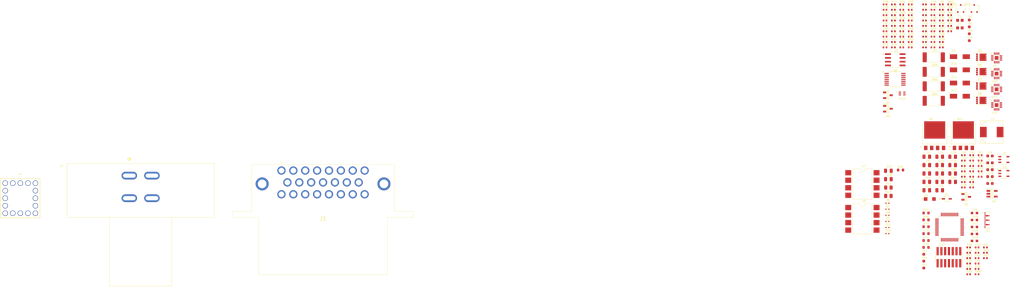
<source format=kicad_pcb>
(kicad_pcb (version 20240108) (generator "pcbnew") (generator_version "8.0")
  (layers (0 "F.Cu" signal) (1 "In1.Cu" signal) (2 "In2.Cu" signal) (31 "B.Cu" signal) (34 "B.Paste" user) (35 "F.Paste" user) (36 "B.SilkS" user "B.Silkscreen") (37 "F.SilkS" user "F.Silkscreen") (38 "B.Mask" user) (39 "F.Mask" user) (44 "Edge.Cuts" user))
  (net 0 "")
  (net 1 "+12V")
  (net 2 "Net-(U2-CP)")
  (net 3 "GND")
  (net 4 "Net-(U2-V5)")
  (net 5 "+3.3V")
  (net 6 "Net-(U2-TBLANK)")
  (net 7 "Net-(U4-IN)")
  (net 8 "Net-(U5-IN)")
  (net 9 "/Power/V_FILT")
  (net 10 "+5V")
  (net 11 "Net-(Q3-G)")
  (net 12 "GAUGEPWR")
  (net 13 "Net-(U6-FB)")
  (net 14 "GAUGE_SIG")
  (net 15 "TEMP_SIG")
  (net 16 "VDD")
  (net 17 "VDDA")
  (net 18 "Net-(U10-CP)")
  (net 19 "Net-(U10-TBLANK)")
  (net 20 "Net-(U10-V5)")
  (net 21 "Net-(U11-CP)")
  (net 22 "Net-(U11-TBLANK)")
  (net 23 "Net-(U11-V5)")
  (net 24 "Net-(U12-CP)")
  (net 25 "Net-(U12-TBLANK)")
  (net 26 "Net-(U12-V5)")
  (net 27 "Net-(U8D-+)")
  (net 28 "Net-(U8C-+)")
  (net 29 "Net-(U8A-+)")
  (net 30 "VBATT")
  (net 31 "OUT0")
  (net 32 "Net-(D2-Pad1)")
  (net 34 "/Controller/JTMS")
  (net 35 "/Controller/JTDI")
  (net 36 "/Controller/NRST")
  (net 37 "/Controller/RX")
  (net 38 "/Controller/JTCK")
  (net 39 "/Controller/TX")
  (net 40 "/Controller/JTDO")
  (net 41 "Net-(D5-PadC)")
  (net 42 "Net-(D6-Pad1)")
  (net 43 "Net-(D7-Pad1)")
  (net 44 "Net-(D8-Pad1)")
  (net 45 "Net-(D9-Pad1)")
  (net 46 "OUT1")
  (net 47 "OUT2")
  (net 48 "OUT3")
  (net 49 "/Peripherals/IN0")
  (net 50 "/Peripherals/IN3")
  (net 51 "/Peripherals/IN2")
  (net 52 "/Peripherals/IN1")
  (net 53 "/Peripherals/CAN_P")
  (net 54 "/Peripherals/CAN_N")
  (net 55 "Net-(D16-PadC)")
  (net 56 "Net-(D17-PadC)")
  (net 57 "Net-(D18-PadC)")
  (net 58 "Net-(D19-PadC)")
  (net 59 "Net-(F1-Pad1)")
  (net 60 "LP_OUT0")
  (net 61 "LP_OUT1")
  (net 62 "Net-(F2-Pad1)")
  (net 63 "GNDA")
  (net 64 "IGN")
  (net 68 "Net-(J3-T_VCC)")
  (net 70 "VDC")
  (net 71 "Net-(Q1-G)")
  (net 72 "Net-(Q11-Pad4)")
  (net 73 "Net-(Q3-D)")
  (net 74 "Net-(Q4-D)")
  (net 75 "GAUGE_CTRL")
  (net 76 "TEMP_CTRL")
  (net 77 "Net-(Q5-D)")
  (net 78 "Net-(Q6-G)")
  (net 79 "Net-(Q7-G)")
  (net 80 "Net-(Q8-G)")
  (net 81 "Net-(Q9-Pad1)")
  (net 82 "Net-(Q10-Pad1)")
  (net 83 "Net-(U2-SNS)")
  (net 84 "Net-(U2-RDY)")
  (net 85 "FAULT0")
  (net 86 "Net-(U4-EN)")
  (net 87 "Net-(U5-EN)")
  (net 88 "EN0")
  (net 89 "Net-(R16-Pad2)")
  (net 90 "Net-(R17-Pad2)")
  (net 91 "Net-(R18-Pad2)")
  (net 92 "Net-(R19-Pad2)")
  (net 93 "Net-(U8B-+)")
  (net 94 "Net-(U8A--)")
  (net 95 "SNS0")
  (net 96 "Net-(U8B--)")
  (net 97 "SNS1")
  (net 98 "Net-(U8C--)")
  (net 99 "SNS2")
  (net 100 "Net-(U8D--)")
  (net 101 "SNS3")
  (net 102 "/Controller/UART_RX")
  (net 103 "/Controller/UART_TX")
  (net 104 "/Controller/STATUS")
  (net 105 "Net-(U1A-PB7)")
  (net 106 "STBY")
  (net 107 "OVERHEAT")
  (net 108 "Net-(R44-Pad2)")
  (net 109 "Net-(R45-Pad2)")
  (net 110 "Net-(R46-Pad2)")
  (net 111 "Net-(R47-Pad2)")
  (net 112 "SW0")
  (net 113 "SW1")
  (net 114 "SW2")
  (net 115 "SW3")
  (net 116 "FAULT1")
  (net 117 "Net-(U10-RDY)")
  (net 118 "EN1")
  (net 119 "Net-(U10-SNS)")
  (net 120 "FAULT2")
  (net 121 "Net-(U11-RDY)")
  (net 122 "EN2")
  (net 123 "Net-(U11-SNS)")
  (net 124 "FAULT3")
  (net 125 "Net-(U12-RDY)")
  (net 126 "EN3")
  (net 127 "Net-(U12-SNS)")
  (net 128 "LP_EN0")
  (net 129 "/Controller/LED0")
  (net 130 "/Controller/LED1")
  (net 131 "/Controller/LED2")
  (net 132 "/Controller/LED3")
  (net 133 "CAN_RX")
  (net 134 "CAN_TX")
  (net 135 "Net-(U1A-PB13)")
  (net 139 "LP_EN1")
  (footprint "Sullivan-Labs:TestPoint_Pad_D1.0mm" (layer "F.Cu") (at 394.363 61.204)
    (property "Reference" "TP1")
    (property "Value" "TestPoint")
  )
  (footprint "Sullivan-Labs:R_0402_1005Metric" (layer "F.Cu") (at 399.793 141.514)
    (property "Reference" "R52")
    (property "Value" "0R")
  )
  (footprint "Sullivan-Labs:R_0402_1005Metric" (layer "F.Cu") (at 374.461 63.188)
    (property "Reference" "R47")
    (property "Value" "10k")
  )
  (footprint "Sullivan-Labs:C_0805_2012Metric" (layer "F.Cu") (at 380.049 107.308)
    (property "Reference" "C5")
    (property "Value" "10uF 50V")
  )
  (footprint "Sullivan-Labs:C_0402_1005Metric" (layer "F.Cu") (at 382.115 57.752)
    (property "Reference" "C46")
    (property "Value" "1nF 25V")
  )
  (footprint "Sullivan-Labs:SOD123W" (layer "F.Cu") (at 381.060184 121.575)
    (property "Reference" "D3")
    (property "Value" "17V TVS" (hide yes))
  )
  (footprint "Sullivan-Labs:R_0805_2012Metric" (layer "F.Cu") (at 367.119 117.704)
    (property "Reference" "R13")
    (property "Value" "51R")
  )
  (footprint "Sullivan-Labs:DO-214AC" (layer "F.Cu") (at 391.189644 78.009)
    (property "Reference" "D10")
    (property "Value" "5A 40V" (hide yes))
  )
  (footprint "Sullivan-Labs:C_0402_1005Metric" (layer "F.Cu") (at 392.337 117.672)
    (property "Reference" "C58")
    (property "Value" ".1uF 50V")
  )
  (footprint "Sullivan-Labs:QFN50P300X300X80-17N" (layer "F.Cu") (at 403.553 84.584)
    (property "Reference" "U11")
    (property "Value" "MAX14922ATE+" (hide yes))
  )
  (footprint "Sullivan-Labs:R_0402_1005Metric" (layer "F.Cu") (at 387.771 55.94)
    (property "Reference" "R62")
    (property "Value" "4.7k")
  )
  (footprint "Sullivan-Labs:R_0603_1608Metric" (layer "F.Cu") (at 379.795 135.564)
    (property "Reference" "R74")
    (property "Value" "150R")
  )
  (footprint "Sullivan-Labs:FUSC1608X56N" (layer "F.Cu") (at 391.193 63.854)
    (property "Reference" "F2")
    (property "Value" "1.5A")
  )
  (footprint "Sullivan-Labs:SOT95P230X110-3N" (layer "F.Cu") (at 393.323 120.849)
    (property "Reference" "Q3")
    (property "Value" "2N7002KT1G" (hide yes))
  )
  (footprint "Sullivan-Labs:R_0402_1005Metric" (layer "F.Cu") (at 395.165 110.424)
    (property "Reference" "R4")
    (property "Value" "0R")
  )
  (footprint "Sullivan-Labs:C_0805_2012Metric" (layer "F.Cu") (at 380.049 110.136)
    (property "Reference" "C9")
    (property "Value" "22uF 35V")
  )
  (footprint "Sullivan-Labs:DO-214AC" (layer "F.Cu") (at 391.189644 73.559)
    (property "Reference" "D1")
    (property "Value" "5A 40V" (hide yes))
  )
  (footprint "Sullivan-Labs:C_0805_2012Metric" (layer "F.Cu") (at 367.119 114.876)
    (property "Reference" "C28")
    (property "Value" "22uF 35V")
  )
  (footprint "Sullivan-Labs:C_0402_1005Metric" (layer "F.Cu") (at 394.137 145.138)
    (property "Reference" "C34")
    (property "Value" "470pF 50V")
  )
  (footprint "Sullivan-Labs:C_0402_1005Metric" (layer "F.Cu") (at 379.287 66.812)
    (property "Reference" "C42")
    (property "Value" "1nF 25V")
  )
  (footprint "Sullivan-Labs:SMDIP-8_W9.53mm" (layer "F.Cu") (at 358.368 128.259)
    (property "Reference" "U9")
    (property "Value" "LTV-827S")
  )
  (footprint "Sullivan-Labs:C_0402_1005Metric" (layer "F.Cu") (at 382.115 61.376)
    (property "Reference" "C48")
    (property "Value" ".1uF 25V")
  )
  (footprint "Sullivan-Labs:R_0402_1005Metric" (layer "F.Cu") (at 384.943 70.436)
    (property "Reference" "R61")
    (property "Value" "4.7k")
  )
  (footprint "Sullivan-Labs:R_0402_1005Metric" (layer "F.Cu") (at 395.165 114.048)
    (property "Reference" "R7")
    (property "Value" "100k")
  )
  (footprint "Sullivan-Labs:R_0402_1005Metric" (layer "F.Cu") (at 371.633 59.564)
    (property "Reference" "R28")
    (property "Value" "5.6k .1%")
  )
  (footprint "Sullivan-Labs:R_0402_1005Metric" (layer "F.Cu") (at 382.115 70.436)
    (property "Reference" "R3")
    (property "Value" "4.7k")
  )
  (footprint "Sullivan-Labs:R_0402_1005Metric" (layer "F.Cu") (at 368.805 61.376)
    (property "Reference" "R20")
    (property "Value" "2.2k .1%")
  )
  (footprint "Sullivan-Labs:C_0402_1005Metric" (layer "F.Cu") (at 392.337 112.236)
    (property "Reference" "C22")
    (property "Value" "470pF 50V")
  )
  (footprint "Sullivan-Labs:ESD9B5.0ST5G" (layer "F.Cu") (at 366.7865 131.169)
    (property "Reference" "D14")
    (property "Value" "5V")
  )
  (footprint "Sullivan-Labs:R_0402_1005Metric" (layer "F.Cu") (at 371.633 63.188)
    (property "Reference" "R30")
    (property "Value" "5.6k .1%")
  )
  (footprint "Sullivan-Labs:R_0402_1005Metric" (layer "F.Cu") (at 365.977 66.812)
    (property "Reference" "R10")
    (property "Value" "4.7k")
  )
  (footprint "Sullivan-Labs:R_0402_1005Metric" (layer "F.Cu") (at 395.165 106.8)
    (property "Reference" "FB1")
    (property "Value" "440mA 600ohm")
  )
  (footprint "Sullivan-Labs:C_0402_1005Metric" (layer "F.Cu") (at 396.965 137.89)
    (property "Reference" "C36")
    (property "Value" "470pF 50V")
  )
  (footprint "Sullivan-Labs:R_0402_1005Metric" (layer "F.Cu") (at 397.993 114.048)
    (property "Reference" "R71")
    (property "Value" "26.7k")
  )
  (footprint "Sullivan-Labs:C_0402_1005Metric" (layer "F.Cu") (at 365.977 57.752)
    (property "Reference" "C39")
    (property "Value" ".1uF 25V")
  )
  (footprint "Sullivan-Labs:R_0402_1005Metric" (layer "F.Cu") (at 374.461 61.376)
    (property "Reference" "R46")
    (property "Value" "10k")
  )
  (footprint "Sullivan-Labs:SOT95P280X145-5N" (layer "F.Cu") (at 402.028 119.794)
    (property "Reference" "U6")
    (property "Value" "TLV709A50DBVR" (hide yes))
  )
  (footprint "Sullivan-Labs:R_0402_1005Metric" (layer "F.Cu") (at 384.943 61.376)
    (property "Reference" "R54")
    (property "Value" "4.7k")
  )
  (footprint "Sullivan-Labs:ESD9B5.0ST5G" (layer "F.Cu") (at 366.7865 129.119)
    (property "Reference" "D9")
    (property "Value" "5V")
  )
  (footprint "Sullivan-Labs:TestPoint_Pad_D1.0mm" (layer "F.Cu") (at 394.363 63.524)
    (property "Reference" "TP4")
    (property "Value" "TestPoint")
  )
  (footprint "Sullivan-Labs:R_0603_1608Metric" (layer "F.Cu") (at 379.795 133.244)
    (property "Reference" "R73")
    (property "Value" "150R")
  )
  (footprint "Sullivan-Labs:R_0402_1005Metric" (layer "F.Cu") (at 374.461 70.436)
    (property "Reference" "R51")
    (property "Value" "100R")
  )
  (footprint "Sullivan-Labs:C_0402_1005Metric" (layer "F.Cu") (at 365.977 59.564)
    (property "Reference" "C52")
    (property "Value" "1nF 25V")
  )
  (footprint "Sullivan-Labs:SOIC8_4P9X3P9MC_MCH" (layer "F.Cu") (at 369.431 74.6153)
    (property "Reference" "U3")
    (property "Value" "MCP2542FD")
  )
  (footprint "Sullivan-Labs:QFN50P300X300X80-17N" (layer "F.Cu") (at 403.553 89.884)
    (property "Reference" "U12")
    (property "Value" "MAX14922ATE+" (hide yes))
  )
  (footprint "Sullivan-Labs:C_0805_2012Metric" (layer "F.Cu") (at 384.401 110.136)
    (property "Reference" "C15")
    (property "Value" "10uF 50V")
  )
  (footprint "Sullivan-Labs:R_0402_1005Metric" (layer "F.Cu") (at 365.977 68.624)
    (property "Reference" "R14")
    (property "Value" "4.7k")
  )
  (footprint "Sullivan-Labs:TRANS_CSD17308Q3" (layer "F.Cu") (at 398.383 73.759)
    (property "Reference" "Q1")
    (property "Value" "CSD17575Q3T")
  )
  (footprint "Sullivan-Labs:R_0402_1005Metric" (layer "F.Cu") (at 374.461 57.752)
    (property "Reference" "R44")
    (property "Value" "10k")
  )
  (footprint "Sullivan-Labs:R_0402_1005Metric" (layer "F.Cu") (at 371.633 68.624)
    (property "Reference" "R33")
    (property "Value" "10k .1%")
  )
  (footprint "Sullivan-Labs:R_0402_1005Metric" (layer "F.Cu") (at 374.461 59.564)
    (property "Reference" "R45")
    (property "Value" "10k")
  )
  (footprint "Sullivan-Labs:C_0402_1005Metric" (layer "F.Cu") (at 392.337 106.8)
    (property "Reference" "C8")
    (property "Value" "470pF 50V")
  )
  (footprint "Sullivan-Labs:SOT666_ESDA25_STM" (layer "F.Cu") (at 371.747426 85.9851)
    (property "Reference" "D13")
    (property "Value" "ESDA25-4BP6")
  )
  (footprint "Sullivan-Labs:C_0402_1005Metric" (layer "F.Cu") (at 379.287 59.564)
    (property "Reference" "C3")
    (property "Value" ".1uF 25V")
  )
  (footprint "Sullivan-Labs:R_0402_1005Metric" (layer "F.Cu") (at 368.805 59.564)
    (property "Reference" "R19")
    (property "Value" "10k")
  )
  (footprint "Sullivan-Labs:SC-74A, SOT-753" (layer "F.Cu") (at 405.9922 108.2482)
    (property "Reference" "U4")
    (property "Value" "5V 200mA")
  )
  (footprint "Sullivan-Labs:C_0805_2012Metric" (layer "F.Cu") (at 388.753 115.792)
    (property "Reference" "C57")
    (property "Value" "22uF 35V")
  )
  (footprint "Sullivan-Labs:R_0402_1005Metric" (layer "F.Cu") (at 368.805 55.94)
    (property "Reference" "R17")
    (property "Value" "10k")
  )
  (footprint "Sullivan-Labs:R_0402_1005Metric" (layer "F.Cu") (at 395.165 115.86)
    (property "Reference" "R8")
    (property "Value" "100k")
  )
  (footprint "Sullivan-Labs:TRANS_CSD17308Q3" (layer "F.Cu") (at 398.383 83.459)
    (property "Reference" "Q7")
    (property "Value" "CSD17575Q3T")
  )
  (footprint "Sullivan-Labs:C_0402_1005Metric" (layer "F.Cu") (at 382.115 63.188)
    (property "Reference" "C49")
    (property "Value" "1uF 16V")
  )
  (footprint "Sullivan-Labs:C_0402_1005Metric" (layer "F.Cu") (at 379.287 55.94)
    (property "Reference" "C1")
    (property "Value" "1uF 16V")
  )
  (footprint "Sullivan-Labs:R_0402_1005Metric" (layer "F.Cu") (at 368.805 70.436)
    (property "Reference" "R25")
    (property "Value" "10k")
  )
  (footprint "Sullivan-Labs:R_0402_1005Metric" (layer "F.Cu") (at 368.805 63.188)
    (property "Reference" "R21")
    (property "Value" "2.2k .1%")
  )
  (footprint "Sullivan-Labs:LED_SML-D12V1WT86" (layer "F.Cu") (at 396.108 133.349)
    (property "Reference" "D18")
    (property "Value" "Red")
  )
  (footprint "Sullivan-Labs:R_0402_1005Metric" (layer "F.Cu") (at 384.943 66.812)
    (property "Reference" "R58")
    (property "Value" "4.7k")
  )
  (footprint "Sullivan-Labs:FUSC1608X56N" (layer "F.Cu") (at 391.193 61.314)
    (property "Reference" "F1")
    (property "Value" "1.5A")
  )
  (footprint "Sullivan-Labs:LED_SML-D12V1WT86" (layer "F.Cu") (at 396.108 135.699)
    (property "Reference" "D19")
    (property "Value" "Red")
  )
  (footprint "Sullivan-Labs:C_0402_1005Metric" (layer "F.Cu") (at 394.137 137.89)
    (property "Reference" "C30")
    (property "Value" ".1uF 25V")
  )
  (footprint "Sullivan-Labs:R_0402_1005Metric" (layer "F.Cu") (at 397.993 108.612)
    (property "Reference" "R12")
    (property "Value" "100k .1%")
  )
  (footprint "Sullivan-Labs:R_0402_1005Metric" (layer "F.Cu") (at 371.633 61.376)
    (property "Reference" "R29")
    (property "Value" "10k .1%")
  )
  (footprint "Sullivan-Labs:TO_EL-T1_GE3_VIS" (layer "F.Cu") (at 392.3651 99.7711)
    (property "Reference" "Q11")
    (property "Value" "SQJQ131EL")
  )
  (footprint "Sullivan-Labs:R_0402_1005Metric" (layer "F.Cu") (at 396.965 141.514)
    (property "Reference" "FB3")
    (property "Value" "440mA 600ohm")
  )
  (footprint "Sullivan-Labs:R_0402_1005Metric" (layer "F.Cu") (at 397.993 106.8)
    (property "Reference" "R11")
    (property "Value" "750k .1%")
  )
  (footprint "Sullivan-Labs:ESD9B5.0ST5G" (layer "F.Cu") (at 366.7865 133.219)
    (property "Reference" "D15")
    (property "Value" "5V")
  )
  (footprint "Sullivan-Labs:C_0402_1005Metric" (layer "F.Cu") (at 379.287 65)
    (property "Reference" "C41")
    (property "Value" "1uF 16V")
  )
  (footprint "Sullivan-Labs:SOT95P230X110-3N" (layer "F.Cu") (at 366.963 91.129)
    (property "Reference" "Q5")
    (property "Value" "2N7002KT1G" (hide yes))
  )
  (footprint "Sullivan-Labs:R_0402_1005Metric" (layer "F.Cu") (at 395.165 112.236)
    (property "Reference" "R5")
    (property "Value" "0R")
  )
  (footprint "Sullivan-Labs:SOT95P230X110-3N" (layer "F.Cu") (at 366.963 86.579)
    (property "Reference" "Q4")
    (property "Value" "2N7002KT1G" (hide yes))
  )
  (footprint "Sullivan-Labs:TRANS_CSD17308Q3" (layer "F.Cu") (at 398.383 78.609)
    (property "Reference" "Q6")
    (property "Value" "CSD17575Q3T")
  )
  (footprint "Sullivan-Labs:LED_SML-D12V1WT86" (layer "F.Cu") (at 396.108 130.999)
    (property "Reference" "D17")
    (property "Value" "Red")
  )
  (footprint "Sullivan-Labs:LED_SML-D12V1WT86" (layer "F.Cu") (at 396.108 126.299)
    (property "Reference" "D5")
    (property "Value" "Green")
  )
  (footprint "Sullivan-Labs:TestPoint_Pad_D1.0mm" (layer "F.Cu") (at 379.033 144.844)
    (property "Reference" "TP7")
    (property "Value" "TestPoint")
  )
  (footprint "Sullivan-Labs:C_0805_2012Metric" (layer "F.Cu") (at 380.049 115.792)
    (property "Reference" "C12")
    (property "Value" "22uF 35V")
  )
  (footprint "Sullivan-Labs:C_0402_1005Metric" (layer "F.Cu") (at 379.287 68.624)
    (property "Reference" "C43")
    (property "Value" "1uF 16V")
  )
  (footprint "Sullivan-Labs:C_0805_2012Metric" (layer "F.Cu") (at 388.753 110.136)
    (property "Reference" "C29")
    (property "Value" "10uF 50V")
  )
  (footprint "Sullivan-Labs:R_0402_1005Metric" (layer "F.Cu") (at 395.165 117.672)
    (property "Reference" "R9")
    (property "Value" "510R")
  )
  (footprint "Sullivan-Labs:DO-214AC" (layer "F.Cu") (at 391.189644 86.909)
    (property "Reference" "D12")
    (property "Value" "5A 40V" (hide yes))
  )
  (footprint "Sullivan-Labs:C_0603_1608Metric" (layer "F.Cu") (at 401.325 107.054)
    (property "Reference" "C6")
    (property "Value" ".1uF 50V")
  )
  (footprint "Sullivan-Labs:C_0402_1005Metric" (layer "F.Cu") (at 396.965 139.702)
    (property "Reference" "C37")
    (property "Value" "470pF 50V")
  )
  (footprint "Sullivan-Labs:C_0402_1005Metric" (layer "F.Cu") (at 382.115 66.812)
    (property "Reference" "C51")
    (property "Value" "1uF 16V")
  )
  (footprint "Sullivan-Labs:LQFP48-7x7mm" (layer "F.Cu") (at 387.716301 131.0551)
    (property "Reference" "U1")
    (property "Value" "STM32G473CBT3")
  )
  (footprint "Sullivan-Labs:R_0603_1608Metric" (layer "F.Cu") (at 379.795 130.924)
    (property "Reference" "R72")
    (property "Value" "150R")
  )
  (footprint "Sullivan-Labs:DO-214AC" (layer "F.Cu") (at 391.189644 82.459)
    (property "Reference" "D11")
    (property "Value" "5A 40V" (hide yes))
  )
  (footprint "Sullivan-Labs:SOT-23F_TOS" (layer "F.Cu") (at 396.017 57.312)
    (property "Reference" "Q10")
    (property "Value" "SSM3K339R_LF")
  )
  (footprint "Sullivan-Labs:R_0402_1005Metric" (layer "F.Cu") (at 399.793 137.89)
    (property "Reference" "R41")
    (property "Value" "0R")
  )
  (footprint "Sullivan-Labs:LED_SML-D12V1WT86" (layer "F.Cu") (at 396.108 128.649)
    (property "Reference" "D16")
    (property "Value" "Red")
  )
  (footprint "Sullivan-Labs:R_0402_1005Metric" (layer "F.Cu") (at 384.943 65)
    (property "Reference" "R57")
    (property "Value" "4.7k")
  )
  (footprint "Sullivan-Labs:C_0402_1005Metric" (layer "F.Cu") (at 382.115 55.94)
    (property "Reference" "C45")
    (property "Value" "1uF 16V")
  )
  (footprint "Sullivan-Labs:R_0402_1005Metric" (layer "F.Cu") (at 371.633 65)
    (property "Reference" "R31")
    (property "Value" "10k .1%")
  )
  (footprint "Sullivan-Labs:C_0603_1608Metric" (layer "F.Cu") (at 401.325 114.014)
    (property "Reference" "C19")
    (property "Value" ".1uF 50V")
  )
  (footprint "Sullivan-Labs:C_0805_2012Metric" (layer "F.Cu") (at 384.401 118.62)
    (property "Reference" "C24")
    (property "Value" "10uF 25V")
  )
  (footprint "Sullivan-Labs:R_0402_1005Metric" (layer "F.Cu") (at 387.771 63.188)
    (property "Reference" "R67")
    (property "Value" "100R")
  )
  (footprint "Sullivan-Labs:R_0402_1005Metric" (layer "F.Cu") (at 368.805 66.812)
    (property "Reference" "R23")
    (property "Value" "2.2k .1%")
  )
  (footprint "Sullivan-Labs:17706691" (layer "F.Cu") (at 176.8 128.175)
    (property "Reference" "J1")
    (property "Value" "1-770669-1" (hide yes))
  )
  (footprint "Sullivan-Labs:R_0402_1005Metric" (layer "F.Cu") (at 396.965 143.326)
    (property "Reference" "FB4")
    (property "Value" "440mA 600ohm")
  )
  (footprint "Sullivan-Labs:C_0402_1005Metric" (layer "F.Cu") (at 382.115 65)
    (property "Reference" "C50")
    (property "Value" "1nF 25V")
  )
  (footprint "Sullivan-Labs:C_0805_2012Metric" (layer "F.Cu") (at 380.049 118.62)
    (property "Reference" "C13")
    (property "Value" "22uF 35V")
  )
  (footprint "Sullivan-Labs:R_0805_2012Metric" (layer "F.Cu") (at 367.119 120.532)
    (property "Reference" "R15")
    (property "Value" "100R")
  )
  (footprint "Sullivan-Labs:R_0402_1005Metric" (layer "F.Cu") (at 371.633 57.752)
    (property "Reference" "R27")
    (property "Value" "10k")
  )
  (footprint "Sullivan-Labs:C_0402_1005Metric" (layer "F.Cu") (at 365.977 65)
    (property "Reference" "C55")
    (property "Value" "1nF 25V")
  )
  (footprint "Sullivan-Labs:C_0805_2012Metric" (layer "F.Cu") (at 384.401 115.792)
    (property "Reference" "C17")
    (property "Value" "10uF 50V")
  )
  (footprint "Sullivan-Labs:C_0402_1005Metric" (layer "F.Cu") (at 394.137 139.702)
    (property "Reference" "C31")
    (property "Value" ".1uF 25V")
  )
  (footprint "Sullivan-Labs:R_0402_1005Metric" (layer "F.Cu") (at 371.633 70.436)
    (property "Reference" "R34")
    (property "Value" "5.6k .1%")
  )
  (footprint "Sullivan-Labs:R_0402_1005Metric" (layer "F.Cu") (at 368.805 68.624)
    (property "Reference" "R24")
    (property "Value" "10k")
  )
  (footprint "Sullivan-Labs:R_0402_1005Metric" (layer "F.Cu") (at 384.943 59.564)
    (property "Reference" "R53")
    (property "Value" "4.7k")
  )
  (footprint "Sullivan-Labs:R_0402_1005Metric" (layer "F.Cu") (at 374.461 66.812)
    (property "Reference" "R49")
    (property "Value" "100R")
  )
  (footprint "Sullivan-Labs:R_2512_6332Metric_Pad1.40x3.35mm_HandSolder" (layer "F.Cu") (at 382.398 73.779)
    (property "Reference" "R1")
    (property "Value" "1.2m")
  )
  (footprint "Sullivan-Labs:R_0402_1005Metric" (layer "F.Cu") (at 382.115 68.624)
    (property "Reference" "R2")
    (property "Value" "4.7k")
  )
  (footprint "Sullivan-Labs:C_0805_2012Metric" (layer "F.Cu") (at 388.753 112.964)
    (property "Reference" "C56")
    (property "Value" "22uF 35V")
  )
  (footprint "Sullivan-Labs:C_0402_1005Metric" (layer "F.Cu") (at 365.977 55.94)
    (property "Reference" "C38")
    (property "Value" ".1uF 25V")
  )
  (footprint "Sullivan-Labs:C_0402_1005Metric" (layer "F.Cu") (at 392.337 114.048)
    (property "Reference" "C23")
    (property "Value" ".1uF 25V")
  )
  (footprint "Sullivan-Labs:R_0402_1005Metric" (layer "F.Cu") (at 374.461 68.624)
    (property "Reference" "R50")
    (property "Value" "100R")
  )
  (footprint "Sullivan-Labs:C_0402_1005Metric" (layer "F.Cu") (at 392.337 115.86)
    (property "Reference" "C26")
    (property "Value" "1nF 25V")
  )
  (footprint "Sullivan-Labs:R_0402_1005Metric" (layer "F.Cu") (at 396.965 146.95)
    (property "Reference" "R38")
    (property "Value" "0R")
  )
  (footprint "Sullivan-Labs:R_0603_1608Metric" (layer "F.Cu") (at 379.795 126.284)
    (property "Reference" "R37")
    (property "Value" "1.5k")
  )
  (footprint "Sullivan-Labs:R_0402_1005Metric" (layer "F.Cu") (at 397.993 112.236)
    (property "Reference" "R70")
    (property "Value" "100k")
  )
  (footprint "Sullivan-Labs:C_0402_1005Metric" (layer "F.Cu") (at 394.137 143.326)
    (property "Reference" "C33")
    (property "Value" ".1uF 25V")
  )
  (footprint "Sullivan-Labs:QFN50P300X300X80-17N" (layer "F.Cu") (at 403.553 73.984)
    (property "Reference" "U2")
    (property "Value" "MAX14922ATE+" (hide yes))
  )
  (footprint "Sullivan-Labs:C_0805_2012Metric" (layer "F.Cu") (at 384.401 112.964)
    (property "Reference" "C16")
    (property "Value" "10uF 50V")
  )
  (footprint "Sullivan-Labs:R_0402_1005Metric" (layer "F.Cu") (at 371.633 66.812)
    (property "Reference" "R32")
    (property "Value" "5.6k .1%")
  )
  (footprint "Sullivan-Labs:WP-BUCF_7461059" (layer "F.Cu") (at 74.895 121.295)
    (property "Reference" "J4")
    (property "Value" "M6 Stud")
  )
  (footprint "Sullivan-Labs:R_0402_1005Metric" (layer "F.Cu") (at 374.461 55.94)
    (property "Reference" "R35")
    (property "Value" "10k .1%")
  )
  (footprint "Sullivan-Labs:R_0402_1005Metric" (layer "F.Cu") (at 371.633 55.94)
    (property "Reference" "R26")
    (property "Value" "10k")
  )
  (footprint "Sullivan-Labs:R_2512_6332Metric_Pad1.40x3.35mm_HandSolder" (layer "F.Cu") (at 382.398 78.669)
    (property "Reference" "R56")
    (property "Value" "1.2m")
  )
  (footprint "Sullivan-Labs:R_0402_1005Metric" (layer "F.Cu") (at 384.943 68.624)
    (property "Reference" "R59")
    (property "Value" "10k")
  )
  (footprint "Sullivan-Labs:R_0402_1005Metric" (layer "F.Cu") (at 387.771 57.752)
    (property "Reference" "R63")
    (property "Value" "10k")
  )
  (footprint "Sullivan-Labs:C_0402_1005Metric" (layer "F.Cu") (at 365.977 63.188)
    (property "Reference" "C54")
    (property "Value" "1nF 25V")
  )
  (footprint "Sullivan-Labs:SMDIP-8_W9.53mm" (layer "F.Cu") (at 358.368 116.509)
    (property "Reference" "U7")
    (property "Value" "LTV-827S")
  )
  (footprint "Sullivan-Labs:C_0805_2012Metric" (layer "F.Cu") (at 367.119 112.048)
    (property "Reference" "C27")
    (property "Value" "22uF 35V")
  )
  (footprint "Sullivan-Labs:C_0805_2012Metric" (layer "F.Cu") (at 384.401 107.308)
    (property "Reference" "C14")
    (property "Value" "22uF 35V")
  )
  (footprint "Sullivan-Labs:R_0603_1608Metric" (layer "F.Cu") (at 371.215 111.794)
    (property "Reference" "R40")
    (property "Value" "120R")
  )
  (footprint "Sullivan-Labs:SC-74A, SOT-753" (layer "F.Cu") (at 405.9922 112.9566)
    (property "Reference" "U5")
    (property "Value" "3.3V 200mA")
  )
  (footprint "Sullivan-Labs:R_0402_1005Metric" (layer "F.Cu") (at 399.793 139.702)
    (property "Reference" "R42")
    (property "Value" "10k")
  )
  (footprint "Sullivan-Labs:C_0402_1005Metric" (layer "F.Cu") (at 379.287 61.376)
    (property "Reference" "C4")
    (property "Value" "1nF 25V")
  )
  (footprint "Sullivan-Labs:R_2512_6332Metric_Pad1.40x3.35mm_HandSolder" (layer "F.Cu") (at 382.398 83.559)
    (property "Reference" "R60")
    (property "Value" "1.2m")
  )
  (footprint "Sullivan-Labs:TestPoint_Pad_D1.0mm" (layer "F.Cu") (at 379.033 140.204)
    (property "Reference" "TP2")
    (property "Value" "TestPoint")
  )
  (footprint "Sullivan-Labs:SAMTEC_FTSH-107-01-F-DV-K-P" (layer "F.Cu") (at 387.508 141.189)
    (property "Reference" "J3")
    (property "Value" "ST-LINK")
  )
  (footprint "Sullivan-Labs:R_0402_1005Metric" (layer "F.Cu") (at 387.771 59.564)
    (property "Reference" "R65")
    (property "Value" "10k")
  )
  (footprint "Sullivan-Labs:MOLEX_19437-0029" (layer "F.Cu") (at 115.385 117.49)
    (property "Reference" "J2")
    (property "Value" "19437-0029")
  )
  (footprint "Sullivan-Labs:UDFN14_517CN_ONS" (layer "F.Cu") (at 400.31623 128.7101)
    (property "Reference" "D4")
    (property "Value" "ESD8708MUTAG")
  )
  (footprint "Sullivan-Labs:TestPoint_Pad_D1.0mm" (layer "F.Cu") (at 394.363 68.164)
    (property "Reference" "TP6")
    (property "Value" "TestPoint")
  )
  (footprint "Sullivan-Labs:C_0402_1005Metric" (layer "F.Cu") (at 392.337 108.612)
    (property "Reference" "C10")
    (property "Value" "470pF 50V")
  )
  (footprint "Sullivan-Labs:C_0402_1005Metric" (layer "F.Cu") (at 394.137 146.95)
    (property "Reference" "C35")
    (property "Value" "470pF 50V")
  )
  (footprint "Sullivan-Labs:C_0402_1005Metric" (layer "F.Cu") (at 365.977 61.376)
    (property "Reference" "C53")
    (property "Value" "1nF 25V")
  )
  (footprint "Sullivan-Labs:C_0402_1005Metric" (layer "F.Cu") (at 382.115 59.564)
    (property "Reference" "C47")
    (property "Value" "1uF 16V")
  )
  (footprint "Sullivan-Labs:R_2512_6332Metric_Pad1.40x3.35mm_HandSolder" (layer "F.Cu") (at 382.398 88.449)
    (property "Reference" "R64")
    (property "Value" "1.2m")
  )
  (footprint "Sullivan-Labs:R_0402_1005Metric" (layer "F.Cu") (at 384.943 55.94)
    (property "Reference" "R6")
    (property "Value" "10k")
  )
  (footprint "Sullivan-Labs:TestPoint_Pad_D1.0mm" (layer "F.Cu") (at 394.363 65.844)
    (property "Reference" "TP5")
    (property "Value" "TestPoint")
  )
  (footprint "Sullivan-Labs:C_0402_1005Metric" (layer "F.Cu") (at 379.287 70.436)
    (property "Reference" "C44")
    (property "Value" ".1uF 25V")
  )
  (footprint "Sullivan-Labs:R_0402_1005Metric" (layer "F.Cu") (at 368.805 57.752)
    (property "Reference" "R18")
    (property "Value" "10k")
  )
  (footprint "Sullivan-Labs:SOP65P640X120-14N" (layer "F.Cu") (at 369.363 81.194)
    (property "Reference" "U8")
    (property "Value" "MCP6004T-E/ST")
  )
  (footprint "Sullivan-Labs:SOT-23F_TOS" (layer "F.Cu") (at 391.461 57.312)
    (property "Reference" "Q9")
    (property "Value" "SSM3K339R_LF")
  )
  (footprint "Sullivan-Labs:R_0603_1608Metric" (layer "F.Cu") (at 379.795 128.604)
    (property "Reference" "R39")
    (property "Value" "150R")
  )
  (footprint "Sullivan-Labs:TO_EL-T1_GE3_VIS" (layer "F.Cu") (at 382.7037 99.7711)
    (property "Reference" "Q2")
    (property "Value" "SQJQ131EL")
  )
  (footprint "Sullivan-Labs:C_0402_1005Metric" (layer "F.Cu") (at 392.337 110.424)
    (property "Reference" "C21")
    (property "Value" "470pF 50V")
  )
  (footprint "Sullivan-Labs:C_0603_1608Metric" (layer "F.Cu") (at 401.325 109.374)
    (property "Reference" "C7")
    (property "Value" ".1uF 50V")
  )
  (footprint "Sullivan-Labs:DR73-102-R" (layer "F.Cu") (at 401.909 98.996)
    (property "Reference" "L1")
    (property "Value" "1mH")
  )
  (footprint "Sullivan-Labs:C_0402_1005Metric" (layer "F.Cu") (at 379.287 63.188)
    (property "Reference" "C40")
    (property "Value" ".1uF 25V")
  )
  (footprint "Sullivan-Labs:C_0603_1608Metric" (layer "F.Cu") (at 401.325 116.334)
    (property "Reference" "C20")
    (property "Value" ".1uF 50V")
  )
  (footprint "Sullivan-Labs:R_0402_1005Metric" (layer "F.Cu") (at 397.993 110.424)
    (property "Reference" "R69")
    (property "Value" "100R")
  )
  (footprint "Sullivan-Labs:ESD9B5.0ST5G" (layer "F.Cu") (at 366.7865 122.969)
    (property "Reference" "D6")
    (property "Value" "5V")
  )
  (footprint "Sullivan-Labs:R_0402_1005Metric" (layer "F.Cu") (at 395.165 108.612)
    (property "Reference" "FB2")
    (property "Value" "440mA 600ohm")
  )
  (footprint "Sullivan-Labs:TestPoint_Pad_D1.0mm" (layer "F.Cu") (at 379.033 142.524)
    (property "Reference" "TP3")
    (property "Value" "TestPoint")
  )
  (footprint "Sullivan-Labs:ESD9B5.0ST5G" (layer "F.Cu") (at 366.7865 127.069)
    (property "Reference" "D8")
    (property "Value" "5V")
  )
  (footprint "Sullivan-Labs:TRANS_CSD17308Q3" (layer "F.Cu") (at 398.383 88.309)
    (property "Reference" "Q8")
    (property "Value" "CSD17575Q3T")
  )
  (footprint "Sullivan-Labs:R_0402_1005Metric" (layer "F.Cu") (at 384.943 63.188)
    (property "Reference" "R55")
    (property "Value" "10k")
  )
  (footprint "Sullivan-Labs:SC-76, SOD-323" (layer "F.Cu") (at 386.793 121.5142)
    (property "Reference" "D2")
    (property "Value" "30V 800mA")
  )
  (footprint "Sullivan-Labs:C_0805_2012Metric" (layer "F.Cu") (at 388.753 107.308)
    (property "Reference" "C25")
    (property "Value" "10uF 25V")
  )
  (footprint "Sullivan-Labs:C_0805_2012Metric" (layer "F.Cu") (at 380.049 112.964)
    (property "Reference" "C11")
    (property "Value" "22uF 35V")
  )
  (footprint "Sullivan-Labs:R_0402_1005Metric" (layer "F.Cu") (at 374.461 65)
    (property "Reference" "R48")
    (property "Value" "100R")
  )
  (footprint "Sullivan-Labs:QFN50P300X300X80-17N" (layer "F.Cu") (at 403.553 79.284)
    (property "Reference" "U10")
    (property "Value" "MAX14922ATE+" (hide yes))
  )
  (footprint "Sullivan-Labs:C_0402_1005Metric" (layer "F.Cu") (at 394.137 141.514)
    (property "Reference" "C32")
    (property "Value" ".1uF 25V")
  )
  (footprint "Sullivan-Labs:R_0402_1005Metric" (layer "F.Cu") (at 365.977 70.436)
    (property "Reference" "R16")
    (property "Value" "10k")
  )
  (footprint "Sullivan-Labs:R_0402_1005Metric" (layer "F.Cu") (at 368.805 65)
    (property "Reference" "R22")
    (property "Value" "2.2k .1%")
  )
  (footprint "Sullivan-Labs:R_0402_1005Metric" (layer "F.Cu") (at 387.771 61.376)
    (property "Reference" "R66")
    (property "Value" "10k")
  )
  (footprint "Sullivan-Labs:C_0402_1005Metric" (layer "F.Cu") (at 379.287 57.752)
    (property "Reference" "C2")
    (property "Value" "1uF 16V")
  )
  (footprint "Sullivan-Labs:R_0402_1005Metric" (layer "F.Cu") (at 396.965 145.138)
    (property "Reference" "R36")
    (property "Value" "0R")
  )
  (footprint "Sullivan-Labs:ESD9B5.0ST5G" (layer "F.Cu") (at 366.7865 125.019)
    (property "Reference" "D7")
    (property "Value" "5V")
  )
  (footprint "Sullivan-Labs:R_0603_1608Metric" (layer "F.Cu") (at 379.795 137.884)
    (property "Reference" "R75")
    (property "Value" "150R")
  )
  (footprint "Sullivan-Labs:R_0402_1005Metric" (layer "F.Cu") (at 384.943 57.752)
    (property "Reference" "R43")
    (property "Value" "4.7k")
  )
  (footprint "Sullivan-Labs:R_0402_1005Metric" (layer "F.Cu") (at 387.771 65)
    (property "Reference" "R68")
    (property "Value" "100R")
  )
  (footprint "Sullivan-Labs:C_0603_1608Metric" (layer "F.Cu") (at 401.325 111.694)
    (property "Reference" "C18")
    (property "Value" ".1uF 50V")
  )
)
</source>
